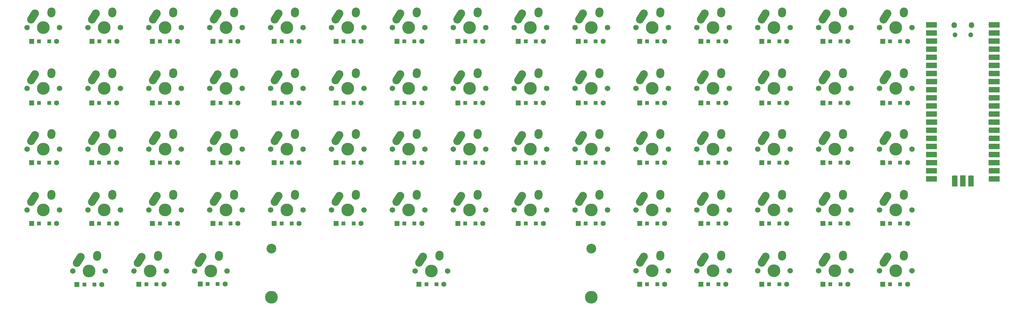
<source format=gbr>
%TF.GenerationSoftware,KiCad,Pcbnew,9.0.2*%
%TF.CreationDate,2025-06-02T23:42:43-04:00*%
%TF.ProjectId,OrangeDeck Keyboard,4f72616e-6765-4446-9563-6b204b657962,rev?*%
%TF.SameCoordinates,Original*%
%TF.FileFunction,Soldermask,Bot*%
%TF.FilePolarity,Negative*%
%FSLAX46Y46*%
G04 Gerber Fmt 4.6, Leading zero omitted, Abs format (unit mm)*
G04 Created by KiCad (PCBNEW 9.0.2) date 2025-06-02 23:42:43*
%MOMM*%
%LPD*%
G01*
G04 APERTURE LIST*
G04 Aperture macros list*
%AMHorizOval*
0 Thick line with rounded ends*
0 $1 width*
0 $2 $3 position (X,Y) of the first rounded end (center of the circle)*
0 $4 $5 position (X,Y) of the second rounded end (center of the circle)*
0 Add line between two ends*
20,1,$1,$2,$3,$4,$5,0*
0 Add two circle primitives to create the rounded ends*
1,1,$1,$2,$3*
1,1,$1,$4,$5*%
G04 Aperture macros list end*
%ADD10C,1.701800*%
%ADD11C,3.987800*%
%ADD12HorizOval,2.500000X-0.604462X-0.948815X0.604462X0.948815X0*%
%ADD13HorizOval,2.500000X-0.019724X-0.289328X0.019724X0.289328X0*%
%ADD14C,3.048000*%
%ADD15R,1.600000X1.600000*%
%ADD16R,1.200000X1.200000*%
%ADD17C,1.600000*%
%ADD18O,1.800000X1.800000*%
%ADD19O,1.500000X1.500000*%
%ADD20O,1.700000X1.700000*%
%ADD21R,3.500000X1.700000*%
%ADD22R,1.700000X1.700000*%
%ADD23R,1.700000X3.500000*%
G04 APERTURE END LIST*
D10*
%TO.C,K67*%
X114300000Y-88900000D03*
D11*
X119380000Y-88900000D03*
D10*
X124460000Y-88900000D03*
D12*
X116125000Y-85380000D03*
D13*
X121900000Y-84110000D03*
%TD*%
D10*
%TO.C,K23*%
X38100000Y-31750000D03*
D11*
X43180000Y-31750000D03*
D10*
X48260000Y-31750000D03*
D12*
X39925000Y-28230000D03*
D13*
X45700000Y-26960000D03*
%TD*%
D10*
%TO.C,K52*%
X19050000Y-69850000D03*
D11*
X24130000Y-69850000D03*
D10*
X29210000Y-69850000D03*
D12*
X20875000Y-66330000D03*
D13*
X26650000Y-65060000D03*
%TD*%
D10*
%TO.C,K47*%
X-76200000Y-69850000D03*
D11*
X-71120000Y-69850000D03*
D10*
X-66040000Y-69850000D03*
D12*
X-74375000Y-66330000D03*
D13*
X-68600000Y-65060000D03*
%TD*%
D10*
%TO.C,K33*%
X-57150000Y-50800000D03*
D11*
X-52070000Y-50800000D03*
D10*
X-46990000Y-50800000D03*
D12*
X-55325000Y-47280000D03*
D13*
X-49550000Y-46010000D03*
%TD*%
D10*
%TO.C,K1*%
X-95250000Y-12700000D03*
D11*
X-90170000Y-12700000D03*
D10*
X-85090000Y-12700000D03*
D12*
X-93425000Y-9180000D03*
D13*
X-87650000Y-7910000D03*
%TD*%
D10*
%TO.C,K27*%
X114300000Y-31750000D03*
D11*
X119380000Y-31750000D03*
D10*
X124460000Y-31750000D03*
D12*
X116125000Y-28230000D03*
D13*
X121900000Y-26960000D03*
%TD*%
D10*
%TO.C,K60*%
X171450000Y-69850000D03*
D11*
X176530000Y-69850000D03*
D10*
X181610000Y-69850000D03*
D12*
X173275000Y-66330000D03*
D13*
X179050000Y-65060000D03*
%TD*%
D10*
%TO.C,K28*%
X133350000Y-31750000D03*
D11*
X138430000Y-31750000D03*
D10*
X143510000Y-31750000D03*
D12*
X135175000Y-28230000D03*
D13*
X140950000Y-26960000D03*
%TD*%
D10*
%TO.C,K36*%
X0Y-50800000D03*
D11*
X5080000Y-50800000D03*
D10*
X10160000Y-50800000D03*
D12*
X1825000Y-47280000D03*
D13*
X7600000Y-46010000D03*
%TD*%
D10*
%TO.C,K30*%
X171450000Y-31750000D03*
D11*
X176530000Y-31750000D03*
D10*
X181610000Y-31750000D03*
D12*
X173275000Y-28230000D03*
D13*
X179050000Y-26960000D03*
%TD*%
D10*
%TO.C,K45*%
X171450000Y-50800000D03*
D11*
X176530000Y-50800000D03*
D10*
X181610000Y-50800000D03*
D12*
X173275000Y-47280000D03*
D13*
X179050000Y-46010000D03*
%TD*%
D10*
%TO.C,K6*%
X0Y-12700000D03*
D11*
X5080000Y-12700000D03*
D10*
X10160000Y-12700000D03*
D12*
X1825000Y-9180000D03*
D13*
X7600000Y-7910000D03*
%TD*%
D10*
%TO.C,K69*%
X152400000Y-88900000D03*
D11*
X157480000Y-88900000D03*
D10*
X162560000Y-88900000D03*
D12*
X154225000Y-85380000D03*
D13*
X160000000Y-84110000D03*
%TD*%
D10*
%TO.C,K50*%
X-19050000Y-69850000D03*
D11*
X-13970000Y-69850000D03*
D10*
X-8890000Y-69850000D03*
D12*
X-17225000Y-66330000D03*
D13*
X-11450000Y-65060000D03*
%TD*%
D14*
%TO.C,K65*%
X-18794750Y-81937500D03*
D11*
X-18794750Y-97177500D03*
D10*
X26163250Y-88922500D03*
D11*
X31243250Y-88922500D03*
D10*
X36323250Y-88922500D03*
D14*
X81281250Y-81937500D03*
D11*
X81281250Y-97177500D03*
D12*
X27988250Y-85402500D03*
D13*
X33763250Y-84132500D03*
%TD*%
D10*
%TO.C,K48*%
X-57150000Y-69850000D03*
D11*
X-52070000Y-69850000D03*
D10*
X-46990000Y-69850000D03*
D12*
X-55325000Y-66330000D03*
D13*
X-49550000Y-65060000D03*
%TD*%
D10*
%TO.C,K5*%
X-19050000Y-12700000D03*
D11*
X-13970000Y-12700000D03*
D10*
X-8890000Y-12700000D03*
D12*
X-17225000Y-9180000D03*
D13*
X-11450000Y-7910000D03*
%TD*%
D10*
%TO.C,K51*%
X0Y-69850000D03*
D11*
X5080000Y-69850000D03*
D10*
X10160000Y-69850000D03*
D12*
X1825000Y-66330000D03*
D13*
X7600000Y-65060000D03*
%TD*%
D10*
%TO.C,K35*%
X-19050000Y-50800000D03*
D11*
X-13970000Y-50800000D03*
D10*
X-8890000Y-50800000D03*
D12*
X-17225000Y-47280000D03*
D13*
X-11450000Y-46010000D03*
%TD*%
D10*
%TO.C,K7*%
X19050000Y-12700000D03*
D11*
X24130000Y-12700000D03*
D10*
X29210000Y-12700000D03*
D12*
X20875000Y-9180000D03*
D13*
X26650000Y-7910000D03*
%TD*%
D10*
%TO.C,K46*%
X-95250000Y-69850000D03*
D11*
X-90170000Y-69850000D03*
D10*
X-85090000Y-69850000D03*
D12*
X-93425000Y-66330000D03*
D13*
X-87650000Y-65060000D03*
%TD*%
D10*
%TO.C,K9*%
X57150000Y-12700000D03*
D11*
X62230000Y-12700000D03*
D10*
X67310000Y-12700000D03*
D12*
X58975000Y-9180000D03*
D13*
X64750000Y-7910000D03*
%TD*%
D10*
%TO.C,K11*%
X95250000Y-12700000D03*
D11*
X100330000Y-12700000D03*
D10*
X105410000Y-12700000D03*
D12*
X97075000Y-9180000D03*
D13*
X102850000Y-7910000D03*
%TD*%
D10*
%TO.C,K24*%
X57150000Y-31750000D03*
D11*
X62230000Y-31750000D03*
D10*
X67310000Y-31750000D03*
D12*
X58975000Y-28230000D03*
D13*
X64750000Y-26960000D03*
%TD*%
D10*
%TO.C,K54*%
X57150000Y-69850000D03*
D11*
X62230000Y-69850000D03*
D10*
X67310000Y-69850000D03*
D12*
X58975000Y-66330000D03*
D13*
X64750000Y-65060000D03*
%TD*%
D10*
%TO.C,K10*%
X76200000Y-12700000D03*
D11*
X81280000Y-12700000D03*
D10*
X86360000Y-12700000D03*
D12*
X78025000Y-9180000D03*
D13*
X83800000Y-7910000D03*
%TD*%
D10*
%TO.C,K39*%
X57150000Y-50800000D03*
D11*
X62230000Y-50800000D03*
D10*
X67310000Y-50800000D03*
D12*
X58975000Y-47280000D03*
D13*
X64750000Y-46010000D03*
%TD*%
D10*
%TO.C,K66*%
X95250000Y-88900000D03*
D11*
X100330000Y-88900000D03*
D10*
X105410000Y-88900000D03*
D12*
X97075000Y-85380000D03*
D13*
X102850000Y-84110000D03*
%TD*%
D10*
%TO.C,K18*%
X-57150000Y-31750000D03*
D11*
X-52070000Y-31750000D03*
D10*
X-46990000Y-31750000D03*
D12*
X-55325000Y-28230000D03*
D13*
X-49550000Y-26960000D03*
%TD*%
D10*
%TO.C,K31*%
X-95250000Y-50800000D03*
D11*
X-90170000Y-50800000D03*
D10*
X-85090000Y-50800000D03*
D12*
X-93425000Y-47280000D03*
D13*
X-87650000Y-46010000D03*
%TD*%
D10*
%TO.C,K37*%
X19050000Y-50800000D03*
D11*
X24130000Y-50800000D03*
D10*
X29210000Y-50800000D03*
D12*
X20875000Y-47280000D03*
D13*
X26650000Y-46010000D03*
%TD*%
D10*
%TO.C,K17*%
X-76200000Y-31750000D03*
D11*
X-71120000Y-31750000D03*
D10*
X-66040000Y-31750000D03*
D12*
X-74375000Y-28230000D03*
D13*
X-68600000Y-26960000D03*
%TD*%
D10*
%TO.C,K68*%
X133350000Y-88900000D03*
D11*
X138430000Y-88900000D03*
D10*
X143510000Y-88900000D03*
D12*
X135175000Y-85380000D03*
D13*
X140950000Y-84110000D03*
%TD*%
D10*
%TO.C,K13*%
X133350000Y-12700000D03*
D11*
X138430000Y-12700000D03*
D10*
X143510000Y-12700000D03*
D12*
X135175000Y-9180000D03*
D13*
X140950000Y-7910000D03*
%TD*%
D10*
%TO.C,K26*%
X95250000Y-31750000D03*
D11*
X100330000Y-31750000D03*
D10*
X105410000Y-31750000D03*
D12*
X97075000Y-28230000D03*
D13*
X102850000Y-26960000D03*
%TD*%
D10*
%TO.C,K15*%
X171450000Y-12700000D03*
D11*
X176530000Y-12700000D03*
D10*
X181610000Y-12700000D03*
D12*
X173275000Y-9180000D03*
D13*
X179050000Y-7910000D03*
%TD*%
D10*
%TO.C,K63*%
X-61850000Y-88977500D03*
D11*
X-56770000Y-88977500D03*
D10*
X-51690000Y-88977500D03*
D12*
X-60025000Y-85457500D03*
D13*
X-54250000Y-84187500D03*
%TD*%
D10*
%TO.C,K2*%
X-76200000Y-12700000D03*
D11*
X-71120000Y-12700000D03*
D10*
X-66040000Y-12700000D03*
D12*
X-74375000Y-9180000D03*
D13*
X-68600000Y-7910000D03*
%TD*%
D10*
%TO.C,K25*%
X76200000Y-31750000D03*
D11*
X81280000Y-31750000D03*
D10*
X86360000Y-31750000D03*
D12*
X78025000Y-28230000D03*
D13*
X83800000Y-26960000D03*
%TD*%
D10*
%TO.C,K59*%
X152400000Y-69850000D03*
D11*
X157480000Y-69850000D03*
D10*
X162560000Y-69850000D03*
D12*
X154225000Y-66330000D03*
D13*
X160000000Y-65060000D03*
%TD*%
D10*
%TO.C,K38*%
X38100000Y-50800000D03*
D11*
X43180000Y-50800000D03*
D10*
X48260000Y-50800000D03*
D12*
X39925000Y-47280000D03*
D13*
X45700000Y-46010000D03*
%TD*%
D10*
%TO.C,K49*%
X-38100000Y-69850000D03*
D11*
X-33020000Y-69850000D03*
D10*
X-27940000Y-69850000D03*
D12*
X-36275000Y-66330000D03*
D13*
X-30500000Y-65060000D03*
%TD*%
D10*
%TO.C,K16*%
X-95250000Y-31750000D03*
D11*
X-90170000Y-31750000D03*
D10*
X-85090000Y-31750000D03*
D12*
X-93425000Y-28230000D03*
D13*
X-87650000Y-26960000D03*
%TD*%
D10*
%TO.C,K29*%
X152400000Y-31750000D03*
D11*
X157480000Y-31750000D03*
D10*
X162560000Y-31750000D03*
D12*
X154225000Y-28230000D03*
D13*
X160000000Y-26960000D03*
%TD*%
D10*
%TO.C,K42*%
X114300000Y-50800000D03*
D11*
X119380000Y-50800000D03*
D10*
X124460000Y-50800000D03*
D12*
X116125000Y-47280000D03*
D13*
X121900000Y-46010000D03*
%TD*%
D10*
%TO.C,K21*%
X0Y-31750000D03*
D11*
X5080000Y-31750000D03*
D10*
X10160000Y-31750000D03*
D12*
X1825000Y-28230000D03*
D13*
X7600000Y-26960000D03*
%TD*%
D10*
%TO.C,K57*%
X114300000Y-69850000D03*
D11*
X119380000Y-69850000D03*
D10*
X124460000Y-69850000D03*
D12*
X116125000Y-66330000D03*
D13*
X121900000Y-65060000D03*
%TD*%
D10*
%TO.C,K32*%
X-76200000Y-50800000D03*
D11*
X-71120000Y-50800000D03*
D10*
X-66040000Y-50800000D03*
D12*
X-74375000Y-47280000D03*
D13*
X-68600000Y-46010000D03*
%TD*%
D10*
%TO.C,K12*%
X114300000Y-12700000D03*
D11*
X119380000Y-12700000D03*
D10*
X124460000Y-12700000D03*
D12*
X116125000Y-9180000D03*
D13*
X121900000Y-7910000D03*
%TD*%
D10*
%TO.C,K8*%
X38100000Y-12700000D03*
D11*
X43180000Y-12700000D03*
D10*
X48260000Y-12700000D03*
D12*
X39925000Y-9180000D03*
D13*
X45700000Y-7910000D03*
%TD*%
D10*
%TO.C,K14*%
X152400000Y-12700000D03*
D11*
X157480000Y-12700000D03*
D10*
X162560000Y-12700000D03*
D12*
X154225000Y-9180000D03*
D13*
X160000000Y-7910000D03*
%TD*%
D10*
%TO.C,K20*%
X-19050000Y-31750000D03*
D11*
X-13970000Y-31750000D03*
D10*
X-8890000Y-31750000D03*
D12*
X-17225000Y-28230000D03*
D13*
X-11450000Y-26960000D03*
%TD*%
D10*
%TO.C,K62*%
X-80930000Y-88977500D03*
D11*
X-75850000Y-88977500D03*
D10*
X-70770000Y-88977500D03*
D12*
X-79105000Y-85457500D03*
D13*
X-73330000Y-84187500D03*
%TD*%
D10*
%TO.C,K19*%
X-38100000Y-31750000D03*
D11*
X-33020000Y-31750000D03*
D10*
X-27940000Y-31750000D03*
D12*
X-36275000Y-28230000D03*
D13*
X-30500000Y-26960000D03*
%TD*%
D10*
%TO.C,K3*%
X-57150000Y-12700000D03*
D11*
X-52070000Y-12700000D03*
D10*
X-46990000Y-12700000D03*
D12*
X-55325000Y-9180000D03*
D13*
X-49550000Y-7910000D03*
%TD*%
D10*
%TO.C,K55*%
X76200000Y-69850000D03*
D11*
X81280000Y-69850000D03*
D10*
X86360000Y-69850000D03*
D12*
X78025000Y-66330000D03*
D13*
X83800000Y-65060000D03*
%TD*%
D10*
%TO.C,K70*%
X171450000Y-88900000D03*
D11*
X176530000Y-88900000D03*
D10*
X181610000Y-88900000D03*
D12*
X173275000Y-85380000D03*
D13*
X179050000Y-84110000D03*
%TD*%
D10*
%TO.C,K44*%
X152400000Y-50800000D03*
D11*
X157480000Y-50800000D03*
D10*
X162560000Y-50800000D03*
D12*
X154225000Y-47280000D03*
D13*
X160000000Y-46010000D03*
%TD*%
D10*
%TO.C,K43*%
X133350000Y-50800000D03*
D11*
X138430000Y-50800000D03*
D10*
X143510000Y-50800000D03*
D12*
X135175000Y-47280000D03*
D13*
X140950000Y-46010000D03*
%TD*%
D10*
%TO.C,K40*%
X76200000Y-50800000D03*
D11*
X81280000Y-50800000D03*
D10*
X86360000Y-50800000D03*
D12*
X78025000Y-47280000D03*
D13*
X83800000Y-46010000D03*
%TD*%
D10*
%TO.C,K4*%
X-38100000Y-12700000D03*
D11*
X-33020000Y-12700000D03*
D10*
X-27940000Y-12700000D03*
D12*
X-36275000Y-9180000D03*
D13*
X-30500000Y-7910000D03*
%TD*%
D10*
%TO.C,K64*%
X-42850000Y-88977500D03*
D11*
X-37770000Y-88977500D03*
D10*
X-32690000Y-88977500D03*
D12*
X-41025000Y-85457500D03*
D13*
X-35250000Y-84187500D03*
%TD*%
D10*
%TO.C,K41*%
X95250000Y-50800000D03*
D11*
X100330000Y-50800000D03*
D10*
X105410000Y-50800000D03*
D12*
X97075000Y-47280000D03*
D13*
X102850000Y-46010000D03*
%TD*%
D10*
%TO.C,K53*%
X38100000Y-69850000D03*
D11*
X43180000Y-69850000D03*
D10*
X48260000Y-69850000D03*
D12*
X39925000Y-66330000D03*
D13*
X45700000Y-65060000D03*
%TD*%
D10*
%TO.C,K56*%
X95250000Y-69850000D03*
D11*
X100330000Y-69850000D03*
D10*
X105410000Y-69850000D03*
D12*
X97075000Y-66330000D03*
D13*
X102850000Y-65060000D03*
%TD*%
D10*
%TO.C,K58*%
X133350000Y-69850000D03*
D11*
X138430000Y-69850000D03*
D10*
X143510000Y-69850000D03*
D12*
X135175000Y-66330000D03*
D13*
X140950000Y-65060000D03*
%TD*%
D10*
%TO.C,K34*%
X-38100000Y-50800000D03*
D11*
X-33020000Y-50800000D03*
D10*
X-27940000Y-50800000D03*
D12*
X-36275000Y-47280000D03*
D13*
X-30500000Y-46010000D03*
%TD*%
D10*
%TO.C,K22*%
X19050000Y-31750000D03*
D11*
X24130000Y-31750000D03*
D10*
X29210000Y-31750000D03*
D12*
X20875000Y-28230000D03*
D13*
X26650000Y-26960000D03*
%TD*%
D15*
%TO.C,D6*%
X1425000Y-16968750D03*
D16*
X3750000Y-16968750D03*
X6900000Y-16968750D03*
D17*
X9225000Y-16968750D03*
%TD*%
D15*
%TO.C,D54*%
X58443750Y-74062500D03*
D16*
X60768750Y-74062500D03*
X63918750Y-74062500D03*
D17*
X66243750Y-74062500D03*
%TD*%
D15*
%TO.C,D4*%
X-37068750Y-16968750D03*
D16*
X-34743750Y-16968750D03*
X-31593750Y-16968750D03*
D17*
X-29268750Y-16968750D03*
%TD*%
D15*
%TO.C,D1*%
X-93825000Y-16968750D03*
D16*
X-91500000Y-16968750D03*
X-88350000Y-16968750D03*
D17*
X-86025000Y-16968750D03*
%TD*%
D15*
%TO.C,D40*%
X77175000Y-55031250D03*
D16*
X79500000Y-55031250D03*
X82650000Y-55031250D03*
D17*
X84975000Y-55031250D03*
%TD*%
D15*
%TO.C,D13*%
X134606250Y-16968750D03*
D16*
X136931250Y-16968750D03*
X140081250Y-16968750D03*
D17*
X142406250Y-16968750D03*
%TD*%
D15*
%TO.C,D32*%
X-75056250Y-55031250D03*
D16*
X-72731250Y-55031250D03*
X-69581250Y-55031250D03*
D17*
X-67256250Y-55031250D03*
%TD*%
D15*
%TO.C,D59*%
X153731250Y-74062500D03*
D16*
X156056250Y-74062500D03*
X159206250Y-74062500D03*
D17*
X161531250Y-74062500D03*
%TD*%
D15*
%TO.C,D56*%
X96412500Y-74062500D03*
D16*
X98737500Y-74062500D03*
X101887500Y-74062500D03*
D17*
X104212500Y-74062500D03*
%TD*%
D15*
%TO.C,D12*%
X115556250Y-16968750D03*
D16*
X117881250Y-16968750D03*
X121031250Y-16968750D03*
D17*
X123356250Y-16968750D03*
%TD*%
D15*
%TO.C,D8*%
X39527885Y-16968750D03*
D16*
X41852885Y-16968750D03*
X45002885Y-16968750D03*
D17*
X47327885Y-16968750D03*
%TD*%
D15*
%TO.C,D5*%
X-17943750Y-16968750D03*
D16*
X-15618750Y-16968750D03*
X-12468750Y-16968750D03*
D17*
X-10143750Y-16968750D03*
%TD*%
D15*
%TO.C,D37*%
X20446154Y-55031250D03*
D16*
X22771154Y-55031250D03*
X25921154Y-55031250D03*
D17*
X28246154Y-55031250D03*
%TD*%
D15*
%TO.C,D26*%
X96412500Y-36281250D03*
D16*
X98737500Y-36281250D03*
X101887500Y-36281250D03*
D17*
X104212500Y-36281250D03*
%TD*%
D15*
%TO.C,D73*%
X134606250Y-93093750D03*
D16*
X136931250Y-93093750D03*
X140081250Y-93093750D03*
D17*
X142406250Y-93093750D03*
%TD*%
D15*
%TO.C,D47*%
X-75056250Y-74062500D03*
D16*
X-72731250Y-74062500D03*
X-69581250Y-74062500D03*
D17*
X-67256250Y-74062500D03*
%TD*%
D15*
%TO.C,D7*%
X20446154Y-16968750D03*
D16*
X22771154Y-16968750D03*
X25921154Y-16968750D03*
D17*
X28246154Y-16968750D03*
%TD*%
D15*
%TO.C,D16*%
X-93825000Y-36281250D03*
D16*
X-91500000Y-36281250D03*
X-88350000Y-36281250D03*
D17*
X-86025000Y-36281250D03*
%TD*%
D15*
%TO.C,D27*%
X115556250Y-36281250D03*
D16*
X117881250Y-36281250D03*
X121031250Y-36281250D03*
D17*
X123356250Y-36281250D03*
%TD*%
D15*
%TO.C,D24*%
X58443750Y-36281250D03*
D16*
X60768750Y-36281250D03*
X63918750Y-36281250D03*
D17*
X66243750Y-36281250D03*
%TD*%
D18*
%TO.C,U1*%
X200240000Y-11933750D03*
D19*
X199940000Y-14963750D03*
X195090000Y-14963750D03*
D18*
X194790000Y-11933750D03*
D20*
X206405000Y-11803750D03*
D21*
X207305000Y-11803750D03*
D20*
X206405000Y-14343750D03*
D21*
X207305000Y-14343750D03*
D22*
X206405000Y-16883750D03*
D21*
X207305000Y-16883750D03*
D20*
X206405000Y-19423750D03*
D21*
X207305000Y-19423750D03*
D20*
X206405000Y-21963750D03*
D21*
X207305000Y-21963750D03*
D20*
X206405000Y-24503750D03*
D21*
X207305000Y-24503750D03*
D20*
X206405000Y-27043750D03*
D21*
X207305000Y-27043750D03*
D22*
X206405000Y-29583750D03*
D21*
X207305000Y-29583750D03*
D20*
X206405000Y-32123750D03*
D21*
X207305000Y-32123750D03*
D20*
X206405000Y-34663750D03*
D21*
X207305000Y-34663750D03*
D20*
X206405000Y-37203750D03*
D21*
X207305000Y-37203750D03*
D20*
X206405000Y-39743750D03*
D21*
X207305000Y-39743750D03*
D22*
X206405000Y-42283750D03*
D21*
X207305000Y-42283750D03*
D20*
X206405000Y-44823750D03*
D21*
X207305000Y-44823750D03*
D20*
X206405000Y-47363750D03*
D21*
X207305000Y-47363750D03*
D20*
X206405000Y-49903750D03*
D21*
X207305000Y-49903750D03*
D20*
X206405000Y-52443750D03*
D21*
X207305000Y-52443750D03*
D22*
X206405000Y-54983750D03*
D21*
X207305000Y-54983750D03*
D20*
X206405000Y-57523750D03*
D21*
X207305000Y-57523750D03*
D20*
X206405000Y-60063750D03*
D21*
X207305000Y-60063750D03*
D20*
X188625000Y-60063750D03*
D21*
X187725000Y-60063750D03*
D20*
X188625000Y-57523750D03*
D21*
X187725000Y-57523750D03*
D22*
X188625000Y-54983750D03*
D21*
X187725000Y-54983750D03*
D20*
X188625000Y-52443750D03*
D21*
X187725000Y-52443750D03*
D20*
X188625000Y-49903750D03*
D21*
X187725000Y-49903750D03*
D20*
X188625000Y-47363750D03*
D21*
X187725000Y-47363750D03*
D20*
X188625000Y-44823750D03*
D21*
X187725000Y-44823750D03*
D22*
X188625000Y-42283750D03*
D21*
X187725000Y-42283750D03*
D20*
X188625000Y-39743750D03*
D21*
X187725000Y-39743750D03*
D20*
X188625000Y-37203750D03*
D21*
X187725000Y-37203750D03*
D20*
X188625000Y-34663750D03*
D21*
X187725000Y-34663750D03*
D20*
X188625000Y-32123750D03*
D21*
X187725000Y-32123750D03*
D22*
X188625000Y-29583750D03*
D21*
X187725000Y-29583750D03*
D20*
X188625000Y-27043750D03*
D21*
X187725000Y-27043750D03*
D20*
X188625000Y-24503750D03*
D21*
X187725000Y-24503750D03*
D20*
X188625000Y-21963750D03*
D21*
X187725000Y-21963750D03*
D20*
X188625000Y-19423750D03*
D21*
X187725000Y-19423750D03*
D22*
X188625000Y-16883750D03*
D21*
X187725000Y-16883750D03*
D20*
X188625000Y-14343750D03*
D21*
X187725000Y-14343750D03*
D20*
X188625000Y-11803750D03*
D21*
X187725000Y-11803750D03*
D20*
X200055000Y-59833750D03*
D23*
X200055000Y-60733750D03*
D22*
X197515000Y-59833750D03*
D23*
X197515000Y-60733750D03*
D20*
X194975000Y-59833750D03*
D23*
X194975000Y-60733750D03*
%TD*%
D15*
%TO.C,D22*%
X20446154Y-36281250D03*
D16*
X22771154Y-36281250D03*
X25921154Y-36281250D03*
D17*
X28246154Y-36281250D03*
%TD*%
D15*
%TO.C,D33*%
X-56025000Y-55031250D03*
D16*
X-53700000Y-55031250D03*
X-50550000Y-55031250D03*
D17*
X-48225000Y-55031250D03*
%TD*%
D15*
%TO.C,D15*%
X172425000Y-16968750D03*
D16*
X174750000Y-16968750D03*
X177900000Y-16968750D03*
D17*
X180225000Y-16968750D03*
%TD*%
D15*
%TO.C,D42*%
X115556250Y-55031250D03*
D16*
X117881250Y-55031250D03*
X121031250Y-55031250D03*
D17*
X123356250Y-55031250D03*
%TD*%
D15*
%TO.C,D58*%
X134606250Y-74062500D03*
D16*
X136931250Y-74062500D03*
X140081250Y-74062500D03*
D17*
X142406250Y-74062500D03*
%TD*%
D15*
%TO.C,D20*%
X-17943750Y-36281250D03*
D16*
X-15618750Y-36281250D03*
X-12468750Y-36281250D03*
D17*
X-10143750Y-36281250D03*
%TD*%
D15*
%TO.C,D34*%
X-37068750Y-55031250D03*
D16*
X-34743750Y-55031250D03*
X-31593750Y-55031250D03*
D17*
X-29268750Y-55031250D03*
%TD*%
D15*
%TO.C,D35*%
X-17943750Y-55031250D03*
D16*
X-15618750Y-55031250D03*
X-12468750Y-55031250D03*
D17*
X-10143750Y-55031250D03*
%TD*%
D15*
%TO.C,D2*%
X-74962500Y-16968750D03*
D16*
X-72637500Y-16968750D03*
X-69487500Y-16968750D03*
D17*
X-67162500Y-16968750D03*
%TD*%
D15*
%TO.C,D39*%
X58443750Y-55031250D03*
D16*
X60768750Y-55031250D03*
X63918750Y-55031250D03*
D17*
X66243750Y-55031250D03*
%TD*%
D15*
%TO.C,D29*%
X153731250Y-36281250D03*
D16*
X156056250Y-36281250D03*
X159206250Y-36281250D03*
D17*
X161531250Y-36281250D03*
%TD*%
D15*
%TO.C,D51*%
X1425000Y-74062500D03*
D16*
X3750000Y-74062500D03*
X6900000Y-74062500D03*
D17*
X9225000Y-74062500D03*
%TD*%
D15*
%TO.C,D21*%
X1425000Y-36281250D03*
D16*
X3750000Y-36281250D03*
X6900000Y-36281250D03*
D17*
X9225000Y-36281250D03*
%TD*%
D15*
%TO.C,D31*%
X-93825000Y-55031250D03*
D16*
X-91500000Y-55031250D03*
X-88350000Y-55031250D03*
D17*
X-86025000Y-55031250D03*
%TD*%
D15*
%TO.C,D10*%
X77175000Y-16968750D03*
D16*
X79500000Y-16968750D03*
X82650000Y-16968750D03*
D17*
X84975000Y-16968750D03*
%TD*%
D15*
%TO.C,D62*%
X-79668750Y-93187500D03*
D16*
X-77343750Y-93187500D03*
X-74193750Y-93187500D03*
D17*
X-71868750Y-93187500D03*
%TD*%
D15*
%TO.C,D45*%
X172425000Y-55031250D03*
D16*
X174750000Y-55031250D03*
X177900000Y-55031250D03*
D17*
X180225000Y-55031250D03*
%TD*%
D15*
%TO.C,D38*%
X39527885Y-55031250D03*
D16*
X41852885Y-55031250D03*
X45002885Y-55031250D03*
D17*
X47327885Y-55031250D03*
%TD*%
D15*
%TO.C,D52*%
X20446154Y-74062500D03*
D16*
X22771154Y-74062500D03*
X25921154Y-74062500D03*
D17*
X28246154Y-74062500D03*
%TD*%
D15*
%TO.C,D63*%
X-60262500Y-93093750D03*
D16*
X-57937500Y-93093750D03*
X-54787500Y-93093750D03*
D17*
X-52462500Y-93093750D03*
%TD*%
D15*
%TO.C,D41*%
X96412500Y-55031250D03*
D16*
X98737500Y-55031250D03*
X101887500Y-55031250D03*
D17*
X104212500Y-55031250D03*
%TD*%
D15*
%TO.C,D74*%
X153731250Y-93093750D03*
D16*
X156056250Y-93093750D03*
X159206250Y-93093750D03*
D17*
X161531250Y-93093750D03*
%TD*%
D15*
%TO.C,D30*%
X172425000Y-36281250D03*
D16*
X174750000Y-36281250D03*
X177900000Y-36281250D03*
D17*
X180225000Y-36281250D03*
%TD*%
D15*
%TO.C,D48*%
X-56025000Y-74062500D03*
D16*
X-53700000Y-74062500D03*
X-50550000Y-74062500D03*
D17*
X-48225000Y-74062500D03*
%TD*%
D15*
%TO.C,D17*%
X-75056250Y-36281250D03*
D16*
X-72731250Y-36281250D03*
X-69581250Y-36281250D03*
D17*
X-67256250Y-36281250D03*
%TD*%
D15*
%TO.C,D49*%
X-37068750Y-74062500D03*
D16*
X-34743750Y-74062500D03*
X-31593750Y-74062500D03*
D17*
X-29268750Y-74062500D03*
%TD*%
D15*
%TO.C,D75*%
X172425000Y-93093750D03*
D16*
X174750000Y-93093750D03*
X177900000Y-93093750D03*
D17*
X180225000Y-93093750D03*
%TD*%
D15*
%TO.C,D64*%
X-41118750Y-93000000D03*
D16*
X-38793750Y-93000000D03*
X-35643750Y-93000000D03*
D17*
X-33318750Y-93000000D03*
%TD*%
D15*
%TO.C,D46*%
X-93825000Y-74062500D03*
D16*
X-91500000Y-74062500D03*
X-88350000Y-74062500D03*
D17*
X-86025000Y-74062500D03*
%TD*%
D15*
%TO.C,D14*%
X153731250Y-16968750D03*
D16*
X156056250Y-16968750D03*
X159206250Y-16968750D03*
D17*
X161531250Y-16968750D03*
%TD*%
D15*
%TO.C,D55*%
X77175000Y-74062500D03*
D16*
X79500000Y-74062500D03*
X82650000Y-74062500D03*
D17*
X84975000Y-74062500D03*
%TD*%
D15*
%TO.C,D71*%
X96412500Y-93093750D03*
D16*
X98737500Y-93093750D03*
X101887500Y-93093750D03*
D17*
X104212500Y-93093750D03*
%TD*%
D15*
%TO.C,D44*%
X153731250Y-55031250D03*
D16*
X156056250Y-55031250D03*
X159206250Y-55031250D03*
D17*
X161531250Y-55031250D03*
%TD*%
D15*
%TO.C,D68*%
X27337500Y-93093750D03*
D16*
X29662500Y-93093750D03*
X32812500Y-93093750D03*
D17*
X35137500Y-93093750D03*
%TD*%
D15*
%TO.C,D43*%
X134606250Y-55031250D03*
D16*
X136931250Y-55031250D03*
X140081250Y-55031250D03*
D17*
X142406250Y-55031250D03*
%TD*%
D15*
%TO.C,D11*%
X96412500Y-16968750D03*
D16*
X98737500Y-16968750D03*
X101887500Y-16968750D03*
D17*
X104212500Y-16968750D03*
%TD*%
D15*
%TO.C,D60*%
X172425000Y-74062500D03*
D16*
X174750000Y-74062500D03*
X177900000Y-74062500D03*
D17*
X180225000Y-74062500D03*
%TD*%
D15*
%TO.C,D25*%
X77175000Y-36281250D03*
D16*
X79500000Y-36281250D03*
X82650000Y-36281250D03*
D17*
X84975000Y-36281250D03*
%TD*%
D15*
%TO.C,D57*%
X115556250Y-74062500D03*
D16*
X117881250Y-74062500D03*
X121031250Y-74062500D03*
D17*
X123356250Y-74062500D03*
%TD*%
D15*
%TO.C,D3*%
X-56025000Y-16968750D03*
D16*
X-53700000Y-16968750D03*
X-50550000Y-16968750D03*
D17*
X-48225000Y-16968750D03*
%TD*%
D15*
%TO.C,D50*%
X-17943750Y-74062500D03*
D16*
X-15618750Y-74062500D03*
X-12468750Y-74062500D03*
D17*
X-10143750Y-74062500D03*
%TD*%
D15*
%TO.C,D28*%
X134606250Y-36281250D03*
D16*
X136931250Y-36281250D03*
X140081250Y-36281250D03*
D17*
X142406250Y-36281250D03*
%TD*%
D15*
%TO.C,D18*%
X-56025000Y-36281250D03*
D16*
X-53700000Y-36281250D03*
X-50550000Y-36281250D03*
D17*
X-48225000Y-36281250D03*
%TD*%
D15*
%TO.C,D19*%
X-37068750Y-36281250D03*
D16*
X-34743750Y-36281250D03*
X-31593750Y-36281250D03*
D17*
X-29268750Y-36281250D03*
%TD*%
D15*
%TO.C,D36*%
X1425000Y-55031250D03*
D16*
X3750000Y-55031250D03*
X6900000Y-55031250D03*
D17*
X9225000Y-55031250D03*
%TD*%
D15*
%TO.C,D9*%
X58443750Y-16968750D03*
D16*
X60768750Y-16968750D03*
X63918750Y-16968750D03*
D17*
X66243750Y-16968750D03*
%TD*%
D15*
%TO.C,D72*%
X115556250Y-93093750D03*
D16*
X117881250Y-93093750D03*
X121031250Y-93093750D03*
D17*
X123356250Y-93093750D03*
%TD*%
D15*
%TO.C,D23*%
X39527885Y-36281250D03*
D16*
X41852885Y-36281250D03*
X45002885Y-36281250D03*
D17*
X47327885Y-36281250D03*
%TD*%
D15*
%TO.C,D53*%
X39527885Y-74062500D03*
D16*
X41852885Y-74062500D03*
X45002885Y-74062500D03*
D17*
X47327885Y-74062500D03*
%TD*%
M02*

</source>
